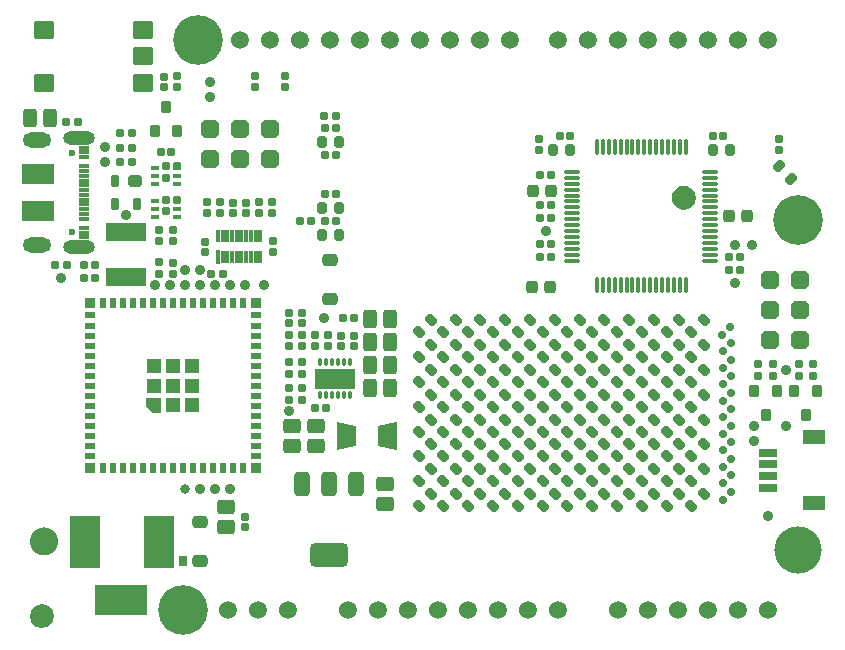
<source format=gts>
G04*
G04 #@! TF.GenerationSoftware,Altium Limited,Altium Designer,23.8.1 (32)*
G04*
G04 Layer_Color=8388736*
%FSLAX44Y44*%
%MOMM*%
G71*
G04*
G04 #@! TF.SameCoordinates,6629C207-265C-49F2-9D33-E76E02802E5F*
G04*
G04*
G04 #@! TF.FilePolarity,Negative*
G04*
G01*
G75*
G04:AMPARAMS|DCode=47|XSize=0.4mm|YSize=0.76mm|CornerRadius=0.125mm|HoleSize=0mm|Usage=FLASHONLY|Rotation=270.000|XOffset=0mm|YOffset=0mm|HoleType=Round|Shape=RoundedRectangle|*
%AMROUNDEDRECTD47*
21,1,0.4000,0.5100,0,0,270.0*
21,1,0.1500,0.7600,0,0,270.0*
1,1,0.2500,-0.2550,-0.0750*
1,1,0.2500,-0.2550,0.0750*
1,1,0.2500,0.2550,0.0750*
1,1,0.2500,0.2550,-0.0750*
%
%ADD47ROUNDEDRECTD47*%
G04:AMPARAMS|DCode=48|XSize=1.7mm|YSize=1.5001mm|CornerRadius=0.155mm|HoleSize=0mm|Usage=FLASHONLY|Rotation=180.000|XOffset=0mm|YOffset=0mm|HoleType=Round|Shape=RoundedRectangle|*
%AMROUNDEDRECTD48*
21,1,1.7000,1.1900,0,0,180.0*
21,1,1.3899,1.5001,0,0,180.0*
1,1,0.3100,-0.6950,0.5950*
1,1,0.3100,0.6950,0.5950*
1,1,0.3100,0.6950,-0.5950*
1,1,0.3100,-0.6950,-0.5950*
%
%ADD48ROUNDEDRECTD48*%
%ADD49R,0.7000X0.9001*%
G04:AMPARAMS|DCode=50|XSize=0.9001mm|YSize=0.9001mm|CornerRadius=0.4501mm|HoleSize=0mm|Usage=FLASHONLY|Rotation=90.000|XOffset=0mm|YOffset=0mm|HoleType=Round|Shape=RoundedRectangle|*
%AMROUNDEDRECTD50*
21,1,0.9001,0.0000,0,0,90.0*
21,1,0.0000,0.9001,0,0,90.0*
1,1,0.9001,0.0000,0.0000*
1,1,0.9001,0.0000,0.0000*
1,1,0.9001,0.0000,0.0000*
1,1,0.9001,0.0000,0.0000*
%
%ADD50ROUNDEDRECTD50*%
G04:AMPARAMS|DCode=51|XSize=0.9mm|YSize=1mm|CornerRadius=0.15mm|HoleSize=0mm|Usage=FLASHONLY|Rotation=180.000|XOffset=0mm|YOffset=0mm|HoleType=Round|Shape=RoundedRectangle|*
%AMROUNDEDRECTD51*
21,1,0.9000,0.7000,0,0,180.0*
21,1,0.6000,1.0000,0,0,180.0*
1,1,0.3000,-0.3000,0.3500*
1,1,0.3000,0.3000,0.3500*
1,1,0.3000,0.3000,-0.3500*
1,1,0.3000,-0.3000,-0.3500*
%
%ADD51ROUNDEDRECTD51*%
G04:AMPARAMS|DCode=52|XSize=3.3mm|YSize=2.1mm|CornerRadius=0.55mm|HoleSize=0mm|Usage=FLASHONLY|Rotation=0.000|XOffset=0mm|YOffset=0mm|HoleType=Round|Shape=RoundedRectangle|*
%AMROUNDEDRECTD52*
21,1,3.3000,1.0000,0,0,0.0*
21,1,2.2000,2.1000,0,0,0.0*
1,1,1.1000,1.1000,-0.5000*
1,1,1.1000,-1.1000,-0.5000*
1,1,1.1000,-1.1000,0.5000*
1,1,1.1000,1.1000,0.5000*
%
%ADD52ROUNDEDRECTD52*%
G04:AMPARAMS|DCode=53|XSize=1.3mm|YSize=2.1mm|CornerRadius=0.35mm|HoleSize=0mm|Usage=FLASHONLY|Rotation=0.000|XOffset=0mm|YOffset=0mm|HoleType=Round|Shape=RoundedRectangle|*
%AMROUNDEDRECTD53*
21,1,1.3000,1.4000,0,0,0.0*
21,1,0.6000,2.1000,0,0,0.0*
1,1,0.7000,0.3000,-0.7000*
1,1,0.7000,-0.3000,-0.7000*
1,1,0.7000,-0.3000,0.7000*
1,1,0.7000,0.3000,0.7000*
%
%ADD53ROUNDEDRECTD53*%
G04:AMPARAMS|DCode=54|XSize=1.01mm|YSize=0.71mm|CornerRadius=0.1995mm|HoleSize=0mm|Usage=FLASHONLY|Rotation=270.000|XOffset=0mm|YOffset=0mm|HoleType=Round|Shape=RoundedRectangle|*
%AMROUNDEDRECTD54*
21,1,1.0100,0.3111,0,0,270.0*
21,1,0.6111,0.7100,0,0,270.0*
1,1,0.3989,-0.1556,-0.3056*
1,1,0.3989,-0.1556,0.3056*
1,1,0.3989,0.1556,0.3056*
1,1,0.3989,0.1556,-0.3056*
%
%ADD54ROUNDEDRECTD54*%
G04:AMPARAMS|DCode=55|XSize=1.01mm|YSize=1.11mm|CornerRadius=0.2002mm|HoleSize=0mm|Usage=FLASHONLY|Rotation=90.000|XOffset=0mm|YOffset=0mm|HoleType=Round|Shape=RoundedRectangle|*
%AMROUNDEDRECTD55*
21,1,1.0100,0.7097,0,0,90.0*
21,1,0.6097,1.1100,0,0,90.0*
1,1,0.4003,0.3549,0.3049*
1,1,0.4003,0.3549,-0.3049*
1,1,0.4003,-0.3549,-0.3049*
1,1,0.4003,-0.3549,0.3049*
%
%ADD55ROUNDEDRECTD55*%
G04:AMPARAMS|DCode=56|XSize=1.01mm|YSize=1.32mm|CornerRadius=0.2775mm|HoleSize=0mm|Usage=FLASHONLY|Rotation=270.000|XOffset=0mm|YOffset=0mm|HoleType=Round|Shape=RoundedRectangle|*
%AMROUNDEDRECTD56*
21,1,1.0100,0.7650,0,0,270.0*
21,1,0.4550,1.3200,0,0,270.0*
1,1,0.5550,-0.3825,-0.2275*
1,1,0.5550,-0.3825,0.2275*
1,1,0.5550,0.3825,0.2275*
1,1,0.5550,0.3825,-0.2275*
%
%ADD56ROUNDEDRECTD56*%
%ADD57R,1.9000X1.3000*%
%ADD58R,1.6500X0.7000*%
G04:AMPARAMS|DCode=59|XSize=0.65mm|YSize=0.68mm|CornerRadius=0.1903mm|HoleSize=0mm|Usage=FLASHONLY|Rotation=0.000|XOffset=0mm|YOffset=0mm|HoleType=Round|Shape=RoundedRectangle|*
%AMROUNDEDRECTD59*
21,1,0.6500,0.2995,0,0,0.0*
21,1,0.2695,0.6800,0,0,0.0*
1,1,0.3805,0.1348,-0.1498*
1,1,0.3805,-0.1348,-0.1498*
1,1,0.3805,-0.1348,0.1498*
1,1,0.3805,0.1348,0.1498*
%
%ADD59ROUNDEDRECTD59*%
G04:AMPARAMS|DCode=60|XSize=0.33mm|YSize=0.7mm|CornerRadius=0.1075mm|HoleSize=0mm|Usage=FLASHONLY|Rotation=180.000|XOffset=0mm|YOffset=0mm|HoleType=Round|Shape=RoundedRectangle|*
%AMROUNDEDRECTD60*
21,1,0.3300,0.4850,0,0,180.0*
21,1,0.1150,0.7000,0,0,180.0*
1,1,0.2150,-0.0575,0.2425*
1,1,0.2150,0.0575,0.2425*
1,1,0.2150,0.0575,-0.2425*
1,1,0.2150,-0.0575,-0.2425*
%
%ADD60ROUNDEDRECTD60*%
%ADD61R,3.4000X1.8000*%
G04:AMPARAMS|DCode=62|XSize=0.82mm|YSize=0.97mm|CornerRadius=0.23mm|HoleSize=0mm|Usage=FLASHONLY|Rotation=45.000|XOffset=0mm|YOffset=0mm|HoleType=Round|Shape=RoundedRectangle|*
%AMROUNDEDRECTD62*
21,1,0.8200,0.5100,0,0,45.0*
21,1,0.3600,0.9700,0,0,45.0*
1,1,0.4600,0.3076,-0.0530*
1,1,0.4600,0.0530,-0.3076*
1,1,0.4600,-0.3076,0.0530*
1,1,0.4600,-0.0530,0.3076*
%
%ADD62ROUNDEDRECTD62*%
G04:AMPARAMS|DCode=63|XSize=0.85mm|YSize=0.97mm|CornerRadius=0.2413mm|HoleSize=0mm|Usage=FLASHONLY|Rotation=180.000|XOffset=0mm|YOffset=0mm|HoleType=Round|Shape=RoundedRectangle|*
%AMROUNDEDRECTD63*
21,1,0.8500,0.4875,0,0,180.0*
21,1,0.3675,0.9700,0,0,180.0*
1,1,0.4825,-0.1838,0.2438*
1,1,0.4825,0.1838,0.2438*
1,1,0.4825,0.1838,-0.2438*
1,1,0.4825,-0.1838,-0.2438*
%
%ADD63ROUNDEDRECTD63*%
%ADD64R,0.3000X1.1000*%
%ADD65R,0.3000X1.2000*%
%ADD66C,2.0000*%
%ADD67R,1.3000X1.3000*%
%ADD68R,0.9000X0.9000*%
%ADD69R,0.9000X0.5000*%
%ADD70R,0.5000X0.9000*%
%ADD71R,0.9500X0.3000*%
%ADD72R,0.9500X0.6700*%
%ADD73R,0.9500X0.3500*%
%ADD74R,2.7000X1.8100*%
G04:AMPARAMS|DCode=75|XSize=0.35mm|YSize=1.35mm|CornerRadius=0.1125mm|HoleSize=0mm|Usage=FLASHONLY|Rotation=0.000|XOffset=0mm|YOffset=0mm|HoleType=Round|Shape=RoundedRectangle|*
%AMROUNDEDRECTD75*
21,1,0.3500,1.1250,0,0,0.0*
21,1,0.1250,1.3500,0,0,0.0*
1,1,0.2250,0.0625,-0.5625*
1,1,0.2250,-0.0625,-0.5625*
1,1,0.2250,-0.0625,0.5625*
1,1,0.2250,0.0625,0.5625*
%
%ADD75ROUNDEDRECTD75*%
G04:AMPARAMS|DCode=76|XSize=0.35mm|YSize=1.35mm|CornerRadius=0.1125mm|HoleSize=0mm|Usage=FLASHONLY|Rotation=90.000|XOffset=0mm|YOffset=0mm|HoleType=Round|Shape=RoundedRectangle|*
%AMROUNDEDRECTD76*
21,1,0.3500,1.1250,0,0,90.0*
21,1,0.1250,1.3500,0,0,90.0*
1,1,0.2250,0.5625,0.0625*
1,1,0.2250,0.5625,-0.0625*
1,1,0.2250,-0.5625,-0.0625*
1,1,0.2250,-0.5625,0.0625*
%
%ADD76ROUNDEDRECTD76*%
G04:AMPARAMS|DCode=77|XSize=1.21mm|YSize=1.57mm|CornerRadius=0.2998mm|HoleSize=0mm|Usage=FLASHONLY|Rotation=90.000|XOffset=0mm|YOffset=0mm|HoleType=Round|Shape=RoundedRectangle|*
%AMROUNDEDRECTD77*
21,1,1.2100,0.9705,0,0,90.0*
21,1,0.6105,1.5700,0,0,90.0*
1,1,0.5995,0.4853,0.3053*
1,1,0.5995,0.4853,-0.3053*
1,1,0.5995,-0.4853,-0.3053*
1,1,0.5995,-0.4853,0.3053*
%
%ADD77ROUNDEDRECTD77*%
G04:AMPARAMS|DCode=78|XSize=0.97mm|YSize=1.07mm|CornerRadius=0.2718mm|HoleSize=0mm|Usage=FLASHONLY|Rotation=180.000|XOffset=0mm|YOffset=0mm|HoleType=Round|Shape=RoundedRectangle|*
%AMROUNDEDRECTD78*
21,1,0.9700,0.5263,0,0,180.0*
21,1,0.4263,1.0700,0,0,180.0*
1,1,0.5437,-0.2132,0.2632*
1,1,0.5437,0.2132,0.2632*
1,1,0.5437,0.2132,-0.2632*
1,1,0.5437,-0.2132,-0.2632*
%
%ADD78ROUNDEDRECTD78*%
G04:AMPARAMS|DCode=79|XSize=0.73mm|YSize=0.68mm|CornerRadius=0.2008mm|HoleSize=0mm|Usage=FLASHONLY|Rotation=0.000|XOffset=0mm|YOffset=0mm|HoleType=Round|Shape=RoundedRectangle|*
%AMROUNDEDRECTD79*
21,1,0.7300,0.2784,0,0,0.0*
21,1,0.3284,0.6800,0,0,0.0*
1,1,0.4016,0.1642,-0.1392*
1,1,0.4016,-0.1642,-0.1392*
1,1,0.4016,-0.1642,0.1392*
1,1,0.4016,0.1642,0.1392*
%
%ADD79ROUNDEDRECTD79*%
%ADD80R,3.4000X1.5000*%
G04:AMPARAMS|DCode=81|XSize=0.73mm|YSize=0.68mm|CornerRadius=0.2008mm|HoleSize=0mm|Usage=FLASHONLY|Rotation=90.000|XOffset=0mm|YOffset=0mm|HoleType=Round|Shape=RoundedRectangle|*
%AMROUNDEDRECTD81*
21,1,0.7300,0.2784,0,0,90.0*
21,1,0.3284,0.6800,0,0,90.0*
1,1,0.4016,0.1392,0.1642*
1,1,0.4016,0.1392,-0.1642*
1,1,0.4016,-0.1392,-0.1642*
1,1,0.4016,-0.1392,0.1642*
%
%ADD81ROUNDEDRECTD81*%
G04:AMPARAMS|DCode=82|XSize=0.65mm|YSize=0.68mm|CornerRadius=0.1903mm|HoleSize=0mm|Usage=FLASHONLY|Rotation=270.000|XOffset=0mm|YOffset=0mm|HoleType=Round|Shape=RoundedRectangle|*
%AMROUNDEDRECTD82*
21,1,0.6500,0.2995,0,0,270.0*
21,1,0.2695,0.6800,0,0,270.0*
1,1,0.3805,-0.1498,-0.1348*
1,1,0.3805,-0.1498,0.1348*
1,1,0.3805,0.1498,0.1348*
1,1,0.3805,0.1498,-0.1348*
%
%ADD82ROUNDEDRECTD82*%
G04:AMPARAMS|DCode=83|XSize=0.82mm|YSize=0.97mm|CornerRadius=0.23mm|HoleSize=0mm|Usage=FLASHONLY|Rotation=0.000|XOffset=0mm|YOffset=0mm|HoleType=Round|Shape=RoundedRectangle|*
%AMROUNDEDRECTD83*
21,1,0.8200,0.5100,0,0,0.0*
21,1,0.3600,0.9700,0,0,0.0*
1,1,0.4600,0.1800,-0.2550*
1,1,0.4600,-0.1800,-0.2550*
1,1,0.4600,-0.1800,0.2550*
1,1,0.4600,0.1800,0.2550*
%
%ADD83ROUNDEDRECTD83*%
G04:AMPARAMS|DCode=84|XSize=1.21mm|YSize=1.57mm|CornerRadius=0.2998mm|HoleSize=0mm|Usage=FLASHONLY|Rotation=0.000|XOffset=0mm|YOffset=0mm|HoleType=Round|Shape=RoundedRectangle|*
%AMROUNDEDRECTD84*
21,1,1.2100,0.9705,0,0,0.0*
21,1,0.6105,1.5700,0,0,0.0*
1,1,0.5995,0.3053,-0.4853*
1,1,0.5995,-0.3053,-0.4853*
1,1,0.5995,-0.3053,0.4853*
1,1,0.5995,0.3053,0.4853*
%
%ADD84ROUNDEDRECTD84*%
G04:AMPARAMS|DCode=85|XSize=0.82mm|YSize=0.97mm|CornerRadius=0.23mm|HoleSize=0mm|Usage=FLASHONLY|Rotation=315.000|XOffset=0mm|YOffset=0mm|HoleType=Round|Shape=RoundedRectangle|*
%AMROUNDEDRECTD85*
21,1,0.8200,0.5100,0,0,315.0*
21,1,0.3600,0.9700,0,0,315.0*
1,1,0.4600,-0.0530,-0.3076*
1,1,0.4600,-0.3076,-0.0530*
1,1,0.4600,0.0530,0.3076*
1,1,0.4600,0.3076,0.0530*
%
%ADD85ROUNDEDRECTD85*%
G04:AMPARAMS|DCode=86|XSize=0.65mm|YSize=0.68mm|CornerRadius=0.1903mm|HoleSize=0mm|Usage=FLASHONLY|Rotation=45.000|XOffset=0mm|YOffset=0mm|HoleType=Round|Shape=RoundedRectangle|*
%AMROUNDEDRECTD86*
21,1,0.6500,0.2995,0,0,45.0*
21,1,0.2695,0.6800,0,0,45.0*
1,1,0.3805,0.2012,-0.0106*
1,1,0.3805,0.0106,-0.2012*
1,1,0.3805,-0.2012,0.0106*
1,1,0.3805,-0.0106,0.2012*
%
%ADD86ROUNDEDRECTD86*%
G04:AMPARAMS|DCode=87|XSize=0.9001mm|YSize=0.9001mm|CornerRadius=0.4501mm|HoleSize=0mm|Usage=FLASHONLY|Rotation=180.000|XOffset=0mm|YOffset=0mm|HoleType=Round|Shape=RoundedRectangle|*
%AMROUNDEDRECTD87*
21,1,0.9001,0.0000,0,0,180.0*
21,1,0.0000,0.9001,0,0,180.0*
1,1,0.9001,0.0000,0.0000*
1,1,0.9001,0.0000,0.0000*
1,1,0.9001,0.0000,0.0000*
1,1,0.9001,0.0000,0.0000*
%
%ADD87ROUNDEDRECTD87*%
G04:AMPARAMS|DCode=88|XSize=0.9001mm|YSize=0.9001mm|CornerRadius=0.4501mm|HoleSize=0mm|Usage=FLASHONLY|Rotation=315.000|XOffset=0mm|YOffset=0mm|HoleType=Round|Shape=RoundedRectangle|*
%AMROUNDEDRECTD88*
21,1,0.9001,0.0000,0,0,315.0*
21,1,0.0000,0.9001,0,0,315.0*
1,1,0.9001,0.0000,0.0000*
1,1,0.9001,0.0000,0.0000*
1,1,0.9001,0.0000,0.0000*
1,1,0.9001,0.0000,0.0000*
%
%ADD88ROUNDEDRECTD88*%
G04:AMPARAMS|DCode=89|XSize=0.8001mm|YSize=0.8001mm|CornerRadius=0.4001mm|HoleSize=0mm|Usage=FLASHONLY|Rotation=180.000|XOffset=0mm|YOffset=0mm|HoleType=Round|Shape=RoundedRectangle|*
%AMROUNDEDRECTD89*
21,1,0.8001,0.0000,0,0,180.0*
21,1,0.0000,0.8001,0,0,180.0*
1,1,0.8001,0.0000,0.0000*
1,1,0.8001,0.0000,0.0000*
1,1,0.8001,0.0000,0.0000*
1,1,0.8001,0.0000,0.0000*
%
%ADD89ROUNDEDRECTD89*%
%ADD90R,2.6000X4.5000*%
%ADD91R,4.5000X2.6000*%
%ADD92O,2.4000X1.3000*%
%ADD93O,2.7000X1.1500*%
%ADD94C,0.6000*%
G04:AMPARAMS|DCode=95|XSize=1.6007mm|YSize=1.6007mm|CornerRadius=0mm|HoleSize=0mm|Usage=FLASHONLY|Rotation=180.000|XOffset=0mm|YOffset=0mm|HoleType=Round|Shape=Octagon|*
%AMOCTAGOND95*
4,1,8,-0.8004,0.4002,-0.8004,-0.4002,-0.4002,-0.8004,0.4002,-0.8004,0.8004,-0.4002,0.8004,0.4002,0.4002,0.8004,-0.4002,0.8004,-0.8004,0.4002,0.0*
%
%ADD95OCTAGOND95*%

%ADD96C,1.5220*%
%ADD97C,1.5224*%
G04:AMPARAMS|DCode=98|XSize=1.6007mm|YSize=1.6007mm|CornerRadius=0mm|HoleSize=0mm|Usage=FLASHONLY|Rotation=270.000|XOffset=0mm|YOffset=0mm|HoleType=Round|Shape=Octagon|*
%AMOCTAGOND98*
4,1,8,-0.4002,-0.8004,0.4002,-0.8004,0.8004,-0.4002,0.8004,0.4002,0.4002,0.8004,-0.4002,0.8004,-0.8004,0.4002,-0.8004,-0.4002,-0.4002,-0.8004,0.0*
%
%ADD98OCTAGOND98*%

%ADD99C,4.1999*%
%ADD100C,3.9999*%
G36*
X566417Y383777D02*
X568237Y383023D01*
X569875Y381929D01*
X571268Y380536D01*
X572362Y378898D01*
X573116Y377078D01*
X573500Y375146D01*
Y374161D01*
Y373177D01*
X573116Y371245D01*
X572362Y369425D01*
X571268Y367787D01*
X569875Y366394D01*
X568237Y365300D01*
X566417Y364546D01*
X564485Y364161D01*
X562515D01*
X560583Y364546D01*
X558764Y365300D01*
X557126Y366394D01*
X555733Y367787D01*
X554638Y369425D01*
X553885Y371245D01*
X553500Y373177D01*
Y374161D01*
Y375146D01*
X553885Y377078D01*
X554638Y378898D01*
X555733Y380536D01*
X557126Y381929D01*
X558764Y383023D01*
X560583Y383777D01*
X562515Y384161D01*
X564485D01*
X566417Y383777D01*
D02*
G37*
G36*
X120598Y204993D02*
X120692Y204964D01*
X120779Y204918D01*
X120855Y204855D01*
X120918Y204779D01*
X120964Y204692D01*
X120993Y204598D01*
X121002Y204500D01*
Y192500D01*
X120993Y192402D01*
X120964Y192308D01*
X120918Y192221D01*
X120855Y192145D01*
X120779Y192082D01*
X120692Y192036D01*
X120598Y192007D01*
X120500Y191998D01*
X114500D01*
X114500Y191998D01*
X114451Y192002D01*
X114402Y192007D01*
X114330Y192029D01*
X114308Y192036D01*
X114221Y192082D01*
X114145Y192145D01*
X108145Y198145D01*
X108082Y198221D01*
X108036Y198308D01*
X108007Y198402D01*
X107998Y198500D01*
X107998Y198500D01*
Y204500D01*
X108007Y204598D01*
X108036Y204692D01*
X108082Y204779D01*
X108145Y204855D01*
X108221Y204918D01*
X108308Y204964D01*
X108402Y204993D01*
X108500Y205002D01*
X120500D01*
X120598Y204993D01*
D02*
G37*
G36*
X320134Y183980D02*
X320181Y183975D01*
X320181Y183975D01*
X320182Y183975D01*
X320229Y183960D01*
X320275Y183947D01*
X320275Y183947D01*
X320276Y183946D01*
X320312Y183927D01*
X320362Y183900D01*
X320362Y183900D01*
X320363Y183900D01*
X320403Y183867D01*
X320438Y183838D01*
X320438Y183838D01*
X320439Y183838D01*
X320472Y183797D01*
X320501Y183762D01*
X320501Y183762D01*
X320501Y183762D01*
X320520Y183726D01*
X320547Y183675D01*
X320547Y183675D01*
X320548Y183675D01*
X320561Y183630D01*
X320576Y183581D01*
X320576Y183581D01*
X320576Y183580D01*
X320581Y183532D01*
X320586Y183483D01*
X320586Y183483D01*
X320586Y183482D01*
Y161482D01*
X320586Y161482D01*
X320586Y161482D01*
X320581Y161432D01*
X320576Y161384D01*
X320576Y161384D01*
X320576Y161384D01*
X320561Y161335D01*
X320548Y161290D01*
X320547Y161290D01*
X320547Y161290D01*
X320520Y161239D01*
X320501Y161203D01*
X320501Y161203D01*
X320501Y161203D01*
X320476Y161173D01*
X320439Y161127D01*
X320438Y161127D01*
X320438Y161127D01*
X320415Y161107D01*
X320363Y161065D01*
X320362Y161064D01*
X320362Y161064D01*
X320312Y161038D01*
X320276Y161018D01*
X320275Y161018D01*
X320275Y161018D01*
X320229Y161004D01*
X320182Y160990D01*
X320181Y160989D01*
X320181Y160989D01*
X320134Y160985D01*
X320083Y160980D01*
X320083Y160980D01*
X320083Y160980D01*
X320033Y160985D01*
X319985Y160990D01*
X319985Y160990D01*
X319985Y160990D01*
X304985Y163990D01*
D01*
D01*
X304985Y163990D01*
X304936Y164004D01*
X304891Y164018D01*
X304891Y164018D01*
X304891Y164018D01*
X304840Y164046D01*
X304804Y164065D01*
X304804Y164065D01*
X304804Y164065D01*
X304769Y164093D01*
X304728Y164127D01*
X304728Y164127D01*
X304728Y164127D01*
X304699Y164163D01*
X304666Y164203D01*
X304666Y164203D01*
X304665Y164204D01*
X304639Y164254D01*
X304619Y164290D01*
X304619Y164290D01*
X304619Y164291D01*
X304605Y164336D01*
X304591Y164384D01*
X304591Y164385D01*
X304591Y164385D01*
X304586Y164432D01*
X304581Y164482D01*
Y180482D01*
X304588Y180549D01*
X304591Y180580D01*
X304591Y180580D01*
X304591Y180580D01*
X304608Y180637D01*
X304619Y180674D01*
X304619Y180674D01*
X304619Y180675D01*
X304639Y180711D01*
X304665Y180761D01*
X304666Y180761D01*
X304666Y180762D01*
X304699Y180802D01*
X304728Y180837D01*
X304728Y180837D01*
X304728Y180838D01*
X304769Y180871D01*
X304804Y180900D01*
X304804Y180900D01*
X304804Y180900D01*
X304840Y180919D01*
X304891Y180946D01*
X304891Y180946D01*
X304891Y180947D01*
X304936Y180960D01*
X304985Y180975D01*
X304985Y180975D01*
D01*
D01*
X319985Y183975D01*
X319985Y183975D01*
X319985Y183975D01*
X320033Y183980D01*
X320083Y183985D01*
X320083Y183985D01*
X320083Y183985D01*
X320134Y183980D01*
D02*
G37*
G36*
X270133D02*
X270182Y183975D01*
X270182Y183975D01*
X270182Y183975D01*
X285182Y180975D01*
D01*
D01*
X285182Y180975D01*
X285231Y180960D01*
X285276Y180947D01*
X285276Y180946D01*
X285276Y180946D01*
X285327Y180919D01*
X285363Y180900D01*
X285363Y180900D01*
X285363Y180900D01*
X285398Y180871D01*
X285439Y180838D01*
X285439Y180837D01*
X285439Y180837D01*
X285468Y180802D01*
X285501Y180762D01*
X285501Y180761D01*
X285501Y180761D01*
X285528Y180711D01*
X285548Y180675D01*
X285548Y180674D01*
X285548Y180674D01*
X285559Y180637D01*
X285576Y180580D01*
X285576Y180580D01*
X285576Y180580D01*
X285579Y180549D01*
X285586Y180482D01*
Y164482D01*
X285581Y164432D01*
X285576Y164385D01*
X285576Y164385D01*
X285576Y164384D01*
X285562Y164336D01*
X285548Y164291D01*
X285548Y164290D01*
X285548Y164290D01*
X285528Y164254D01*
X285501Y164204D01*
X285501Y164203D01*
X285501Y164203D01*
X285468Y164163D01*
X285439Y164127D01*
X285439Y164127D01*
X285439Y164127D01*
X285398Y164093D01*
X285363Y164065D01*
X285363Y164065D01*
X285363Y164065D01*
X285327Y164046D01*
X285276Y164018D01*
X285276Y164018D01*
X285276Y164018D01*
X285231Y164004D01*
X285182Y163990D01*
X285182Y163990D01*
D01*
D01*
X270182Y160990D01*
X270182Y160990D01*
X270182Y160990D01*
X270133Y160985D01*
X270084Y160980D01*
X270084Y160980D01*
X270083Y160980D01*
X270033Y160985D01*
X269986Y160989D01*
X269986Y160989D01*
X269985Y160990D01*
X269937Y161004D01*
X269892Y161018D01*
X269891Y161018D01*
X269891Y161018D01*
X269855Y161038D01*
X269805Y161064D01*
X269804Y161064D01*
X269804Y161065D01*
X269752Y161107D01*
X269729Y161127D01*
X269729Y161127D01*
X269728Y161127D01*
X269691Y161173D01*
X269666Y161203D01*
X269666Y161203D01*
X269666Y161203D01*
X269647Y161239D01*
X269620Y161290D01*
X269619Y161290D01*
X269619Y161290D01*
X269606Y161335D01*
X269591Y161384D01*
X269591Y161384D01*
X269591Y161384D01*
X269586Y161432D01*
X269581Y161482D01*
X269581Y161482D01*
X269581Y161482D01*
Y183482D01*
X269581Y183483D01*
X269581Y183483D01*
X269586Y183532D01*
X269591Y183580D01*
X269591Y183581D01*
X269591Y183581D01*
X269606Y183630D01*
X269619Y183675D01*
X269619Y183675D01*
X269620Y183675D01*
X269647Y183726D01*
X269666Y183762D01*
X269666Y183762D01*
X269666Y183762D01*
X269694Y183797D01*
X269728Y183838D01*
X269728Y183838D01*
X269729Y183838D01*
X269764Y183867D01*
X269804Y183900D01*
X269804Y183900D01*
X269805Y183900D01*
X269855Y183927D01*
X269891Y183946D01*
X269891Y183947D01*
X269892Y183947D01*
X269937Y183960D01*
X269985Y183975D01*
X269986Y183975D01*
X269986Y183975D01*
X270033Y183980D01*
X270083Y183985D01*
X270084Y183985D01*
X270084Y183985D01*
X270133Y183980D01*
D02*
G37*
G36*
X22996Y94981D02*
X23790D01*
Y94915D01*
X23856D01*
Y94848D01*
X24385D01*
Y94782D01*
X24782D01*
Y94650D01*
X25179D01*
Y94584D01*
X25245D01*
Y94518D01*
X25510D01*
Y94451D01*
X25840D01*
Y94385D01*
X25907D01*
Y94319D01*
X26039D01*
Y94253D01*
X26370D01*
Y94121D01*
X26568D01*
Y94055D01*
X26634D01*
Y93988D01*
X26833D01*
Y93922D01*
X27097D01*
Y93856D01*
X27163D01*
Y93790D01*
X27362D01*
Y93724D01*
X27428D01*
Y93592D01*
X27626D01*
Y93525D01*
X27692D01*
Y93459D01*
X27891D01*
Y93393D01*
X28023D01*
Y93327D01*
X28089D01*
Y93261D01*
X28156D01*
Y93195D01*
X28354D01*
Y93128D01*
X28420D01*
Y93062D01*
X28486D01*
Y92996D01*
X28552D01*
Y92930D01*
X28685D01*
Y92864D01*
X28817D01*
Y92732D01*
X28949D01*
Y92666D01*
X29082D01*
Y92599D01*
X29148D01*
Y92533D01*
X29214D01*
Y92467D01*
X29280D01*
Y92401D01*
X29346D01*
Y92335D01*
X29412D01*
Y92269D01*
X29478D01*
Y92203D01*
X29677D01*
Y92136D01*
X29743D01*
Y92070D01*
X29809D01*
Y92004D01*
X29875D01*
Y91938D01*
X29941D01*
Y91872D01*
X30008D01*
Y91806D01*
X30074D01*
Y91740D01*
X30140D01*
Y91673D01*
X30206D01*
Y91607D01*
X30272D01*
Y91541D01*
X30338D01*
Y91475D01*
X30405D01*
Y91409D01*
X30471D01*
Y91343D01*
X30537D01*
Y91276D01*
X30603D01*
Y91210D01*
X30669D01*
Y91144D01*
X30735D01*
Y91078D01*
X30801D01*
Y90880D01*
X30868D01*
Y90813D01*
X30934D01*
Y90747D01*
X31000D01*
Y90681D01*
X31066D01*
Y90615D01*
X31132D01*
Y90549D01*
X31198D01*
Y90483D01*
X31264D01*
Y90284D01*
X31331D01*
Y90218D01*
X31463D01*
Y90086D01*
X31595D01*
Y89887D01*
X31661D01*
Y89821D01*
X31727D01*
Y89755D01*
X31794D01*
Y89557D01*
X31860D01*
Y89490D01*
X31926D01*
Y89424D01*
X31992D01*
Y89292D01*
X32058D01*
Y89226D01*
X32124D01*
Y89028D01*
X32190D01*
Y88829D01*
X32323D01*
Y88631D01*
X32389D01*
Y88432D01*
X32455D01*
Y88366D01*
X32521D01*
Y88234D01*
X32587D01*
Y88168D01*
X32654D01*
Y87969D01*
X32720D01*
Y87771D01*
X32852D01*
Y87440D01*
X32918D01*
Y87308D01*
X32984D01*
Y87242D01*
X33050D01*
Y86911D01*
X33183D01*
Y86514D01*
X33249D01*
Y86183D01*
X33381D01*
Y85654D01*
X33447D01*
Y85191D01*
X33513D01*
Y85125D01*
X33579D01*
Y84199D01*
X33646D01*
Y84133D01*
X33712D01*
Y82214D01*
X33646D01*
Y82148D01*
X33579D01*
Y81355D01*
X33513D01*
Y81288D01*
X33447D01*
Y80693D01*
X33381D01*
Y80296D01*
X33315D01*
Y80230D01*
X33249D01*
Y79833D01*
X33183D01*
Y79569D01*
X33117D01*
Y79503D01*
X33050D01*
Y79238D01*
X32984D01*
Y79172D01*
X32918D01*
Y78907D01*
X32852D01*
Y78709D01*
X32786D01*
Y78643D01*
X32720D01*
Y78378D01*
X32654D01*
Y78180D01*
X32587D01*
Y78113D01*
X32521D01*
Y77915D01*
X32389D01*
Y77717D01*
X32323D01*
Y77518D01*
X32257D01*
Y77452D01*
X32190D01*
Y77320D01*
X32124D01*
Y77253D01*
X32058D01*
Y77187D01*
X31992D01*
Y76989D01*
X31926D01*
Y76923D01*
X31860D01*
Y76790D01*
X31794D01*
Y76658D01*
X31661D01*
Y76460D01*
X31595D01*
Y76394D01*
X31529D01*
Y76328D01*
X31463D01*
Y76261D01*
X31397D01*
Y76195D01*
X31331D01*
Y75997D01*
X31264D01*
Y75931D01*
X31198D01*
Y75865D01*
X31132D01*
Y75798D01*
X31066D01*
Y75666D01*
X31000D01*
Y75600D01*
X30934D01*
Y75534D01*
X30868D01*
Y75468D01*
X30801D01*
Y75401D01*
X30735D01*
Y75335D01*
X30669D01*
Y75269D01*
X30603D01*
Y75203D01*
X30537D01*
Y75137D01*
X30471D01*
Y75071D01*
X30405D01*
Y75005D01*
X30338D01*
Y74938D01*
X30272D01*
Y74872D01*
X30206D01*
Y74806D01*
X30140D01*
Y74740D01*
X30074D01*
Y74674D01*
X30008D01*
Y74608D01*
X29941D01*
Y74542D01*
X29875D01*
Y74475D01*
X29809D01*
Y74409D01*
X29743D01*
Y74343D01*
X29677D01*
Y74277D01*
X29611D01*
Y74211D01*
X29545D01*
Y74145D01*
X29478D01*
Y74078D01*
X29412D01*
Y74012D01*
X29346D01*
Y73946D01*
X29280D01*
Y73880D01*
X29148D01*
Y73814D01*
X29082D01*
Y73748D01*
X29016D01*
Y73682D01*
X28949D01*
Y73615D01*
X28751D01*
Y73549D01*
X28685D01*
Y73483D01*
X28619D01*
Y73417D01*
X28552D01*
Y73351D01*
X28420D01*
Y73285D01*
X28288D01*
Y73152D01*
X28089D01*
Y73086D01*
X28023D01*
Y73020D01*
X27957D01*
Y72954D01*
X27759D01*
Y72888D01*
X27692D01*
Y72822D01*
X27560D01*
Y72756D01*
X27362D01*
Y72689D01*
X27296D01*
Y72623D01*
X27097D01*
Y72557D01*
X26965D01*
Y72491D01*
X26899D01*
Y72425D01*
X26700D01*
Y72359D01*
X26634D01*
Y72293D01*
X26502D01*
Y72226D01*
X26304D01*
Y72160D01*
X26237D01*
Y72094D01*
X25973D01*
Y72028D01*
X25708D01*
Y71962D01*
X25642D01*
Y71896D01*
X25311D01*
Y71763D01*
X24981D01*
Y71697D01*
X24584D01*
Y71565D01*
X24055D01*
Y71499D01*
X23459D01*
Y71433D01*
X23393D01*
Y71367D01*
X20284D01*
Y71433D01*
X20218D01*
Y71499D01*
X19490D01*
Y71565D01*
X19094D01*
Y71631D01*
X19027D01*
Y71697D01*
X18631D01*
Y71763D01*
X18300D01*
Y71830D01*
X18234D01*
Y71896D01*
X17903D01*
Y72028D01*
X17572D01*
Y72094D01*
X17374D01*
Y72226D01*
X17043D01*
Y72293D01*
X16911D01*
Y72359D01*
X16845D01*
Y72425D01*
X16646D01*
Y72491D01*
X16580D01*
Y72557D01*
X16448D01*
Y72623D01*
X16249D01*
Y72689D01*
X16183D01*
Y72756D01*
X15985D01*
Y72822D01*
X15852D01*
Y72888D01*
X15786D01*
Y72954D01*
X15720D01*
Y73020D01*
X15654D01*
Y73086D01*
X15455D01*
Y73152D01*
X15323D01*
Y73219D01*
X15257D01*
Y73285D01*
X15191D01*
Y73351D01*
X14993D01*
Y73417D01*
X14926D01*
Y73483D01*
X14860D01*
Y73549D01*
X14794D01*
Y73615D01*
X14728D01*
Y73682D01*
X14530D01*
Y73814D01*
X14397D01*
Y73880D01*
X14331D01*
Y74012D01*
X14199D01*
Y74145D01*
X14000D01*
Y74211D01*
X13934D01*
Y74277D01*
X13868D01*
Y74343D01*
X13802D01*
Y74409D01*
X13736D01*
Y74475D01*
X13670D01*
Y74542D01*
X13604D01*
Y74608D01*
X13537D01*
Y74674D01*
X13471D01*
Y74740D01*
X13405D01*
Y74806D01*
X13339D01*
Y74872D01*
X13273D01*
Y74938D01*
X13207D01*
Y75005D01*
X13140D01*
Y75071D01*
X13074D01*
Y75137D01*
X13008D01*
Y75203D01*
X12942D01*
Y75269D01*
X12876D01*
Y75335D01*
X12810D01*
Y75401D01*
X12744D01*
Y75600D01*
X12611D01*
Y75732D01*
X12545D01*
Y75798D01*
X12413D01*
Y75931D01*
X12280D01*
Y76129D01*
X12214D01*
Y76195D01*
X12148D01*
Y76261D01*
X12082D01*
Y76328D01*
X12016D01*
Y76526D01*
X11950D01*
Y76592D01*
X11884D01*
Y76658D01*
X11818D01*
Y76724D01*
X11751D01*
Y76857D01*
X11685D01*
Y77055D01*
X11619D01*
Y77121D01*
X11553D01*
Y77187D01*
X11487D01*
Y77386D01*
X11355D01*
Y77584D01*
X11288D01*
Y77650D01*
X11222D01*
Y77849D01*
X11156D01*
Y77981D01*
X11090D01*
Y78047D01*
X11024D01*
Y78246D01*
X10958D01*
Y78444D01*
X10825D01*
Y78775D01*
X10759D01*
Y78841D01*
X10693D01*
Y78973D01*
X10627D01*
Y79304D01*
X10495D01*
Y79635D01*
X10429D01*
Y79899D01*
X10362D01*
Y79966D01*
X10296D01*
Y80362D01*
X10230D01*
Y80428D01*
X10164D01*
Y80892D01*
X10098D01*
Y81487D01*
X10032D01*
Y81553D01*
X9966D01*
Y82677D01*
X9899D01*
Y83670D01*
X9966D01*
Y84860D01*
X10032D01*
Y84926D01*
X10098D01*
Y85522D01*
X10164D01*
Y85919D01*
X10230D01*
Y85985D01*
X10296D01*
Y86382D01*
X10362D01*
Y86448D01*
X10429D01*
Y86845D01*
X10495D01*
Y87109D01*
X10561D01*
Y87175D01*
X10627D01*
Y87374D01*
X10693D01*
Y87638D01*
X10759D01*
Y87705D01*
X10825D01*
Y87837D01*
X10891D01*
Y87903D01*
X10958D01*
Y88168D01*
X11024D01*
Y88366D01*
X11090D01*
Y88432D01*
X11156D01*
Y88631D01*
X11222D01*
Y88763D01*
X11288D01*
Y88829D01*
X11355D01*
Y89028D01*
X11421D01*
Y89094D01*
X11487D01*
Y89160D01*
X11553D01*
Y89358D01*
X11685D01*
Y89557D01*
X11751D01*
Y89623D01*
X11818D01*
Y89689D01*
X11884D01*
Y89887D01*
X11950D01*
Y89953D01*
X12016D01*
Y90020D01*
X12082D01*
Y90152D01*
X12148D01*
Y90218D01*
X12214D01*
Y90284D01*
X12280D01*
Y90350D01*
X12347D01*
Y90417D01*
X12413D01*
Y90615D01*
X12479D01*
Y90681D01*
X12545D01*
Y90747D01*
X12611D01*
Y90813D01*
X12677D01*
Y90880D01*
X12744D01*
Y90946D01*
X12810D01*
Y91012D01*
X12876D01*
Y91078D01*
X12942D01*
Y91144D01*
X13008D01*
Y91210D01*
X13074D01*
Y91343D01*
X13140D01*
Y91475D01*
X13273D01*
Y91607D01*
X13339D01*
Y91673D01*
X13471D01*
Y91806D01*
X13604D01*
Y91872D01*
X13736D01*
Y91938D01*
X13802D01*
Y92004D01*
X13868D01*
Y92070D01*
X13934D01*
Y92136D01*
X14000D01*
Y92203D01*
X14066D01*
Y92269D01*
X14133D01*
Y92335D01*
X14199D01*
Y92401D01*
X14265D01*
Y92467D01*
X14331D01*
Y92533D01*
X14530D01*
Y92599D01*
X14596D01*
Y92666D01*
X14662D01*
Y92732D01*
X14728D01*
Y92798D01*
X14794D01*
Y92864D01*
X14926D01*
Y92930D01*
X14993D01*
Y92996D01*
X15059D01*
Y93062D01*
X15257D01*
Y93128D01*
X15323D01*
Y93195D01*
X15389D01*
Y93261D01*
X15588D01*
Y93393D01*
X15720D01*
Y93459D01*
X15852D01*
Y93525D01*
X15919D01*
Y93592D01*
X16117D01*
Y93658D01*
X16183D01*
Y93724D01*
X16315D01*
Y93790D01*
X16514D01*
Y93856D01*
X16580D01*
Y93922D01*
X16779D01*
Y93988D01*
X16911D01*
Y94055D01*
X16977D01*
Y94121D01*
X17175D01*
Y94187D01*
X17241D01*
Y94253D01*
X17506D01*
Y94319D01*
X17771D01*
Y94385D01*
X17837D01*
Y94451D01*
X18035D01*
Y94518D01*
X18432D01*
Y94650D01*
X18763D01*
Y94716D01*
X18829D01*
Y94782D01*
X19292D01*
Y94848D01*
X19821D01*
Y94981D01*
X20681D01*
Y95047D01*
X22996D01*
Y94981D01*
D02*
G37*
G36*
X22917Y29616D02*
X24737Y28862D01*
X26375Y27768D01*
X27768Y26375D01*
X28862Y24737D01*
X29616Y22917D01*
X30000Y20985D01*
Y20000D01*
Y19015D01*
X29616Y17083D01*
X28862Y15263D01*
X27768Y13625D01*
X26375Y12233D01*
X24737Y11138D01*
X22917Y10384D01*
X20985Y10000D01*
X19015D01*
X17083Y10384D01*
X15263Y11138D01*
X13625Y12233D01*
X12233Y13625D01*
X11138Y15263D01*
X10384Y17083D01*
X10000Y19015D01*
Y20000D01*
Y20985D01*
X10384Y22917D01*
X11138Y24737D01*
X12233Y26375D01*
X13625Y27768D01*
X15263Y28862D01*
X17083Y29616D01*
X19015Y30000D01*
X20985D01*
X22917Y29616D01*
D02*
G37*
D47*
X134450Y358160D02*
D03*
Y364660D02*
D03*
Y371160D02*
D03*
X116050Y358160D02*
D03*
Y364660D02*
D03*
Y371160D02*
D03*
X134450Y386160D02*
D03*
Y392660D02*
D03*
Y399160D02*
D03*
X116050Y386160D02*
D03*
X116050Y392660D02*
D03*
X116050Y399160D02*
D03*
D48*
X105499Y471531D02*
D03*
X21501D02*
D03*
X105499Y516529D02*
D03*
X21501D02*
D03*
X105499Y494030D02*
D03*
D49*
X139392Y66710D02*
D03*
D50*
X635000Y105000D02*
D03*
X179350Y127750D02*
D03*
X166650D02*
D03*
X622695Y180960D02*
D03*
Y168260D02*
D03*
X179350Y300000D02*
D03*
X153950Y127750D02*
D03*
X192050Y300000D02*
D03*
X208250Y300000D02*
D03*
D51*
X666698Y190344D02*
D03*
X657199Y210346D02*
D03*
X676198D02*
D03*
X125250Y450661D02*
D03*
X115751Y430659D02*
D03*
X134750D02*
D03*
X642198Y210346D02*
D03*
X623199D02*
D03*
X632698Y190344D02*
D03*
D52*
X263250Y72060D02*
D03*
D53*
X240250Y132060D02*
D03*
X263250D02*
D03*
X286250D02*
D03*
D54*
X100750Y369110D02*
D03*
X81750D02*
D03*
Y388210D02*
D03*
D55*
X98750Y388210D02*
D03*
D56*
X153950Y99410D02*
D03*
Y66710D02*
D03*
X263960Y288410D02*
D03*
Y321110D02*
D03*
D57*
X673570Y171460D02*
D03*
Y115460D02*
D03*
D58*
X634820Y148460D02*
D03*
Y138460D02*
D03*
Y128460D02*
D03*
X634820Y158460D02*
D03*
D59*
X268750Y443000D02*
D03*
X259250D02*
D03*
X40748Y438530D02*
D03*
X50248D02*
D03*
X268910Y377190D02*
D03*
X259410D02*
D03*
X268910Y433070D02*
D03*
X259410D02*
D03*
X451210Y323760D02*
D03*
X441710D02*
D03*
X451210Y334760D02*
D03*
X441710D02*
D03*
X86500Y404660D02*
D03*
X96000D02*
D03*
X86500Y416599D02*
D03*
X96000D02*
D03*
X601710Y323760D02*
D03*
X611210D02*
D03*
X601710Y312760D02*
D03*
X611210D02*
D03*
X274750Y272350D02*
D03*
X284250D02*
D03*
X268910Y354330D02*
D03*
X259410D02*
D03*
X441710Y356760D02*
D03*
X451210D02*
D03*
X55500Y306660D02*
D03*
X65000D02*
D03*
X96000Y428599D02*
D03*
X86500D02*
D03*
X125250Y400660D02*
D03*
X134750D02*
D03*
X125250Y372660D02*
D03*
X134750D02*
D03*
X65000Y317660D02*
D03*
X55500D02*
D03*
X41000D02*
D03*
X31500D02*
D03*
X163500Y309660D02*
D03*
X173000D02*
D03*
X238150Y354330D02*
D03*
X247650D02*
D03*
X259410Y410210D02*
D03*
X268910D02*
D03*
D60*
X260750Y207000D02*
D03*
X255750Y235000D02*
D03*
X260750Y235000D02*
D03*
X265750D02*
D03*
X270750Y207000D02*
D03*
X265750D02*
D03*
X275750Y207000D02*
D03*
X255750Y207000D02*
D03*
X280750D02*
D03*
Y235000D02*
D03*
X275750Y235000D02*
D03*
X270750Y235000D02*
D03*
D61*
X268250Y221000D02*
D03*
D62*
X580250Y123432D02*
D03*
X569997Y113179D02*
D03*
X338997Y260179D02*
D03*
X349250Y270432D02*
D03*
X359997Y260179D02*
D03*
X370250Y270432D02*
D03*
X380997Y260179D02*
D03*
X391250Y270432D02*
D03*
X422997Y260179D02*
D03*
X433250Y270432D02*
D03*
X401997Y260179D02*
D03*
X412250Y270432D02*
D03*
X443997Y260179D02*
D03*
X454250Y270432D02*
D03*
X464997Y260179D02*
D03*
X475250Y270432D02*
D03*
X506997Y260179D02*
D03*
X517250Y270432D02*
D03*
X548997Y260179D02*
D03*
X559250Y270432D02*
D03*
X485997Y260179D02*
D03*
X496250Y270432D02*
D03*
X527997Y260179D02*
D03*
X538250Y270432D02*
D03*
X569997Y260179D02*
D03*
X580250Y270432D02*
D03*
X338997Y239179D02*
D03*
X349250Y249432D02*
D03*
X380997Y239179D02*
D03*
X391250Y249432D02*
D03*
X422997Y239179D02*
D03*
X433250Y249432D02*
D03*
X464997Y239179D02*
D03*
X475250Y249432D02*
D03*
X359997Y239179D02*
D03*
X370250Y249432D02*
D03*
X401997Y239179D02*
D03*
X412250Y249432D02*
D03*
X443997Y239179D02*
D03*
X454250Y249432D02*
D03*
X485997Y239179D02*
D03*
X496250Y249432D02*
D03*
X506997Y239179D02*
D03*
X517250Y249432D02*
D03*
X548997Y239179D02*
D03*
X559250Y249432D02*
D03*
X338997Y218179D02*
D03*
X349250Y228432D02*
D03*
X380997Y218179D02*
D03*
X391250Y228432D02*
D03*
X422997Y218179D02*
D03*
X433250Y228432D02*
D03*
X527997Y239179D02*
D03*
X538250Y249432D02*
D03*
X569997Y239179D02*
D03*
X580250Y249432D02*
D03*
X359997Y218179D02*
D03*
X370250Y228432D02*
D03*
X401997Y218179D02*
D03*
X412250Y228432D02*
D03*
X443997Y218179D02*
D03*
X454250Y228432D02*
D03*
X464997Y218179D02*
D03*
X475250Y228432D02*
D03*
X506997Y218179D02*
D03*
X517250Y228432D02*
D03*
X548997Y218179D02*
D03*
X559250Y228432D02*
D03*
X338997Y197178D02*
D03*
X349250Y207432D02*
D03*
X380997Y197178D02*
D03*
X391250Y207432D02*
D03*
X422997Y197178D02*
D03*
X433250Y207432D02*
D03*
X485997Y218179D02*
D03*
X496250Y228432D02*
D03*
X527997Y218179D02*
D03*
X538250Y228432D02*
D03*
X569997Y218179D02*
D03*
X580250Y228432D02*
D03*
X359997Y197178D02*
D03*
X370250Y207432D02*
D03*
X401997Y197178D02*
D03*
X412250Y207432D02*
D03*
X464997Y197178D02*
D03*
X475250Y207432D02*
D03*
X506997Y197178D02*
D03*
X517250Y207432D02*
D03*
X548997Y197178D02*
D03*
X559250Y207432D02*
D03*
X338997Y176178D02*
D03*
X349250Y186432D02*
D03*
X380997Y176178D02*
D03*
X391250Y186432D02*
D03*
X422997Y176178D02*
D03*
X433250Y186432D02*
D03*
X464997Y176178D02*
D03*
X475250Y186432D02*
D03*
X485997Y197178D02*
D03*
X496250Y207432D02*
D03*
X527997Y197178D02*
D03*
X538250Y207432D02*
D03*
X569997Y197178D02*
D03*
X580250Y207432D02*
D03*
X359997Y176178D02*
D03*
X370250Y186432D02*
D03*
X401997Y176178D02*
D03*
X412250Y186432D02*
D03*
X443997Y176178D02*
D03*
X454250Y186432D02*
D03*
X443997Y197178D02*
D03*
X454250Y207432D02*
D03*
X496250Y186432D02*
D03*
X485997Y176178D02*
D03*
X517250Y186432D02*
D03*
X506997Y176178D02*
D03*
X538250Y186432D02*
D03*
X527997Y176178D02*
D03*
X559250Y186432D02*
D03*
X548997Y176178D02*
D03*
X580250Y186432D02*
D03*
X569997Y176178D02*
D03*
X349247Y165428D02*
D03*
X338994Y155175D02*
D03*
X370250Y165431D02*
D03*
X359997Y155178D02*
D03*
X391250Y165431D02*
D03*
X380997Y155178D02*
D03*
X412250Y165431D02*
D03*
X401997Y155178D02*
D03*
X433250Y165431D02*
D03*
X422997Y155178D02*
D03*
X454250Y165431D02*
D03*
X443997Y155178D02*
D03*
X475250Y165431D02*
D03*
X464997Y155178D02*
D03*
X496250Y165431D02*
D03*
X485997Y155178D02*
D03*
X517250Y165431D02*
D03*
X506997Y155178D02*
D03*
X538250Y165431D02*
D03*
X527997Y155178D02*
D03*
X559250Y165431D02*
D03*
X548997Y155178D02*
D03*
X580250Y165431D02*
D03*
X569997Y155178D02*
D03*
X349250Y144432D02*
D03*
X338997Y134178D02*
D03*
X370250Y144432D02*
D03*
X359997Y134178D02*
D03*
X391250Y144432D02*
D03*
X380997Y134178D02*
D03*
X412250Y144432D02*
D03*
X401997Y134178D02*
D03*
X433250Y144432D02*
D03*
X422997Y134178D02*
D03*
X454250Y144432D02*
D03*
X443997Y134178D02*
D03*
X475250Y144432D02*
D03*
X464997Y134178D02*
D03*
X496250Y144432D02*
D03*
X485997Y134178D02*
D03*
X517250Y144432D02*
D03*
X506997Y134178D02*
D03*
X538127Y144308D02*
D03*
X527874Y134055D02*
D03*
X559250Y144432D02*
D03*
X548997Y134178D02*
D03*
X580250Y144432D02*
D03*
X569997Y134178D02*
D03*
X349250Y123432D02*
D03*
X338997Y113179D02*
D03*
X370250Y123432D02*
D03*
X359997Y113179D02*
D03*
X391250Y123432D02*
D03*
X380997Y113179D02*
D03*
X412250Y123432D02*
D03*
X401997Y113179D02*
D03*
X433250Y123432D02*
D03*
X422997Y113179D02*
D03*
X454250Y123432D02*
D03*
X443997Y113179D02*
D03*
X475250Y123432D02*
D03*
X464997Y113179D02*
D03*
X496250Y123432D02*
D03*
X485997Y113179D02*
D03*
X517250Y123432D02*
D03*
X506997Y113179D02*
D03*
X538250Y123432D02*
D03*
X527997Y113179D02*
D03*
X559250Y123432D02*
D03*
X548997Y113179D02*
D03*
D63*
X587998Y414280D02*
D03*
X602198Y414280D02*
D03*
X466997Y414280D02*
D03*
X452798Y414280D02*
D03*
D64*
X200960Y341760D02*
D03*
X196960Y341760D02*
D03*
X176960D02*
D03*
X188960Y323760D02*
D03*
X172960Y341760D02*
D03*
X176960Y323760D02*
D03*
X180960Y323760D02*
D03*
X184960Y323760D02*
D03*
X192960Y323760D02*
D03*
X196960Y323760D02*
D03*
X200960Y323760D02*
D03*
X204960D02*
D03*
X204960Y341760D02*
D03*
X192960D02*
D03*
X188960D02*
D03*
X184960D02*
D03*
X180960D02*
D03*
X168960D02*
D03*
X172960Y323760D02*
D03*
D65*
X168960Y324260D02*
D03*
D66*
X20000Y20000D02*
D03*
X563500Y374161D02*
D03*
D67*
X147500Y231500D02*
D03*
Y215000D02*
D03*
Y198500D02*
D03*
X131000Y231500D02*
D03*
Y198500D02*
D03*
X114500Y231500D02*
D03*
Y215000D02*
D03*
X131000D02*
D03*
D68*
X61000Y285000D02*
D03*
X201000Y285000D02*
D03*
Y145000D02*
D03*
X61000D02*
D03*
D69*
Y155500D02*
D03*
Y164000D02*
D03*
Y172500D02*
D03*
Y181000D02*
D03*
Y189500D02*
D03*
Y198000D02*
D03*
Y206500D02*
D03*
Y215000D02*
D03*
Y223500D02*
D03*
Y232000D02*
D03*
Y240500D02*
D03*
Y249000D02*
D03*
Y257500D02*
D03*
Y266000D02*
D03*
Y274500D02*
D03*
X201000Y274500D02*
D03*
Y266000D02*
D03*
Y257500D02*
D03*
Y249000D02*
D03*
Y240500D02*
D03*
Y232000D02*
D03*
Y223500D02*
D03*
Y215000D02*
D03*
Y206500D02*
D03*
Y198000D02*
D03*
Y189500D02*
D03*
Y181000D02*
D03*
Y172500D02*
D03*
Y164000D02*
D03*
Y155500D02*
D03*
D70*
X71500Y285000D02*
D03*
X80000D02*
D03*
X88500D02*
D03*
X97000D02*
D03*
X105500D02*
D03*
X114000D02*
D03*
X122500D02*
D03*
X131000D02*
D03*
X139500D02*
D03*
X148000D02*
D03*
X156500D02*
D03*
X165000D02*
D03*
X173500D02*
D03*
X182000D02*
D03*
X190500D02*
D03*
Y145000D02*
D03*
X182000D02*
D03*
X173500D02*
D03*
X165000D02*
D03*
X156500D02*
D03*
X148000D02*
D03*
X139500D02*
D03*
X131000D02*
D03*
X122500D02*
D03*
X114000D02*
D03*
X105500D02*
D03*
X97000D02*
D03*
X88500D02*
D03*
X80000D02*
D03*
X71500D02*
D03*
D71*
X55250Y368660D02*
D03*
Y392660D02*
D03*
Y364660D02*
D03*
Y372660D02*
D03*
Y376660D02*
D03*
Y380660D02*
D03*
Y384660D02*
D03*
Y388660D02*
D03*
D72*
Y342310D02*
D03*
Y415010D02*
D03*
D73*
Y348410D02*
D03*
Y355910D02*
D03*
Y360410D02*
D03*
Y396910D02*
D03*
Y401410D02*
D03*
Y408910D02*
D03*
D74*
X17000Y394310D02*
D03*
Y363010D02*
D03*
D75*
X489997Y300280D02*
D03*
X494997D02*
D03*
X499998D02*
D03*
X504997D02*
D03*
X509998D02*
D03*
X514997D02*
D03*
X519997D02*
D03*
X524998D02*
D03*
X529997D02*
D03*
X534998D02*
D03*
X539997D02*
D03*
X544997D02*
D03*
X549998D02*
D03*
X554997D02*
D03*
X559997D02*
D03*
X564997D02*
D03*
Y416780D02*
D03*
X559997D02*
D03*
X554997D02*
D03*
X549998D02*
D03*
X544997D02*
D03*
X539997D02*
D03*
X534998D02*
D03*
X529997D02*
D03*
X524998D02*
D03*
X519997D02*
D03*
X514997D02*
D03*
X509998D02*
D03*
X504997D02*
D03*
X499998D02*
D03*
X494997D02*
D03*
X489997D02*
D03*
D76*
X585747Y321030D02*
D03*
Y326030D02*
D03*
Y331030D02*
D03*
Y336030D02*
D03*
Y341030D02*
D03*
Y346030D02*
D03*
Y351030D02*
D03*
Y356030D02*
D03*
Y361030D02*
D03*
Y366030D02*
D03*
Y371030D02*
D03*
Y376030D02*
D03*
Y381030D02*
D03*
Y386030D02*
D03*
Y391030D02*
D03*
Y396030D02*
D03*
X469248D02*
D03*
Y391030D02*
D03*
Y386030D02*
D03*
Y381030D02*
D03*
Y376030D02*
D03*
Y371030D02*
D03*
Y366030D02*
D03*
Y361030D02*
D03*
Y356030D02*
D03*
Y351030D02*
D03*
Y346030D02*
D03*
Y341030D02*
D03*
Y336030D02*
D03*
Y331030D02*
D03*
Y326030D02*
D03*
Y321030D02*
D03*
D77*
X310250Y132060D02*
D03*
Y115060D02*
D03*
X231991Y181030D02*
D03*
Y164030D02*
D03*
X252156D02*
D03*
Y181030D02*
D03*
X175900Y112560D02*
D03*
Y95560D02*
D03*
D78*
X434960Y298760D02*
D03*
X449960D02*
D03*
X616960Y358760D02*
D03*
X601960D02*
D03*
X435998Y379530D02*
D03*
X450998D02*
D03*
D79*
X129600Y412660D02*
D03*
X120900D02*
D03*
X458298Y426280D02*
D03*
X466997D02*
D03*
X442110Y367760D02*
D03*
X450810D02*
D03*
X587998Y426280D02*
D03*
X596698D02*
D03*
X442145Y393060D02*
D03*
X450845D02*
D03*
X251650Y196000D02*
D03*
X260350D02*
D03*
D80*
X91250Y307030D02*
D03*
Y345030D02*
D03*
D81*
X123660Y476790D02*
D03*
Y468090D02*
D03*
X284250Y248650D02*
D03*
Y257350D02*
D03*
X273250Y248650D02*
D03*
Y257350D02*
D03*
X240250Y276700D02*
D03*
Y268000D02*
D03*
X229250Y276700D02*
D03*
Y268000D02*
D03*
X191900Y95560D02*
D03*
Y104260D02*
D03*
X157960Y328410D02*
D03*
Y337110D02*
D03*
X192460Y370110D02*
D03*
Y361410D02*
D03*
X181460Y370110D02*
D03*
Y361410D02*
D03*
X119250Y337960D02*
D03*
Y346660D02*
D03*
D82*
X131250Y309849D02*
D03*
Y319349D02*
D03*
X215960Y337510D02*
D03*
Y328010D02*
D03*
X643844Y414655D02*
D03*
Y424156D02*
D03*
X119250Y309910D02*
D03*
Y319410D02*
D03*
X131250Y347060D02*
D03*
Y337560D02*
D03*
X229250Y248250D02*
D03*
Y257750D02*
D03*
Y234750D02*
D03*
Y225250D02*
D03*
X240250Y212750D02*
D03*
Y203250D02*
D03*
X262250Y248250D02*
D03*
Y257750D02*
D03*
X251250Y248250D02*
D03*
Y257750D02*
D03*
X226060Y467690D02*
D03*
Y477190D02*
D03*
X200660Y467690D02*
D03*
Y477190D02*
D03*
X441148Y414280D02*
D03*
Y423780D02*
D03*
X240250Y225250D02*
D03*
Y234750D02*
D03*
X229250Y212750D02*
D03*
Y203250D02*
D03*
X170460Y361010D02*
D03*
Y370510D02*
D03*
X159460Y361010D02*
D03*
Y370510D02*
D03*
X214460Y361010D02*
D03*
Y370510D02*
D03*
X203460Y361010D02*
D03*
Y370510D02*
D03*
X626698Y223595D02*
D03*
Y233095D02*
D03*
X638698Y223595D02*
D03*
Y233095D02*
D03*
X660698Y223595D02*
D03*
Y233095D02*
D03*
X672698Y223595D02*
D03*
Y233095D02*
D03*
X240250Y248250D02*
D03*
Y257750D02*
D03*
X134660Y467690D02*
D03*
Y477190D02*
D03*
X125250Y400660D02*
D03*
Y391160D02*
D03*
Y372660D02*
D03*
Y363160D02*
D03*
D83*
X271410Y421640D02*
D03*
X256910D02*
D03*
X271410Y365760D02*
D03*
X256910D02*
D03*
X271410Y342900D02*
D03*
X256910D02*
D03*
D84*
X26998Y441530D02*
D03*
X9998D02*
D03*
X298100Y212982D02*
D03*
X315100D02*
D03*
X298100Y232482D02*
D03*
X315100D02*
D03*
X297950Y251965D02*
D03*
X314950D02*
D03*
X297950Y271465D02*
D03*
X314950D02*
D03*
D85*
X654097Y390402D02*
D03*
X643844Y400656D02*
D03*
D86*
X603500Y153161D02*
D03*
X596783Y146444D02*
D03*
X603500Y167162D02*
D03*
X596783Y160444D02*
D03*
X603500Y181161D02*
D03*
X596783Y174444D02*
D03*
X603500Y195162D02*
D03*
X596783Y188444D02*
D03*
X603500Y223162D02*
D03*
X596783Y216444D02*
D03*
X603500Y237162D02*
D03*
X596783Y230444D02*
D03*
X603500Y251161D02*
D03*
X596783Y244444D02*
D03*
X603500Y209161D02*
D03*
X596783Y202444D02*
D03*
X602564Y264478D02*
D03*
X595847Y257761D02*
D03*
X603500Y125162D02*
D03*
X596783Y118444D02*
D03*
X603500Y139162D02*
D03*
X596783Y132444D02*
D03*
D87*
X259250Y272350D02*
D03*
X229250Y194000D02*
D03*
X606460Y301760D02*
D03*
X649698Y228345D02*
D03*
Y180955D02*
D03*
X446460Y345760D02*
D03*
X73500Y404660D02*
D03*
Y417360D02*
D03*
X153950Y312700D02*
D03*
X141250D02*
D03*
X162560Y472440D02*
D03*
X36250Y306660D02*
D03*
X115850Y300000D02*
D03*
X166650D02*
D03*
X141250D02*
D03*
X153950D02*
D03*
X128550D02*
D03*
X162560Y459740D02*
D03*
X91250Y359700D02*
D03*
D88*
X621500Y334161D02*
D03*
X606500Y334160D02*
D03*
D89*
X141250Y127750D02*
D03*
D90*
X56900Y83060D02*
D03*
X118900D02*
D03*
D91*
X87400Y33560D02*
D03*
D92*
X15500Y334460D02*
D03*
Y422860D02*
D03*
D93*
X51000Y332210D02*
D03*
Y425110D02*
D03*
D94*
X45250Y345460D02*
D03*
Y411860D02*
D03*
D95*
X162560Y406940D02*
D03*
Y432340D02*
D03*
X187960Y406940D02*
D03*
Y432340D02*
D03*
X213360Y406940D02*
D03*
Y432340D02*
D03*
D96*
X228600Y25400D02*
D03*
X203200D02*
D03*
X177800D02*
D03*
D97*
X635000Y508000D02*
D03*
X609600D02*
D03*
X584200D02*
D03*
X558800D02*
D03*
X533400D02*
D03*
X508000D02*
D03*
X482600D02*
D03*
X457200D02*
D03*
X416560D02*
D03*
X391160D02*
D03*
X365760D02*
D03*
X340360D02*
D03*
X314960D02*
D03*
X289560D02*
D03*
X264160D02*
D03*
X238760D02*
D03*
X213360D02*
D03*
X187960D02*
D03*
X279400Y25400D02*
D03*
X304800D02*
D03*
X330200D02*
D03*
X355600D02*
D03*
X381000D02*
D03*
X406400D02*
D03*
X431800D02*
D03*
X457200D02*
D03*
X508000D02*
D03*
X533400D02*
D03*
X558800D02*
D03*
X584200D02*
D03*
X609600D02*
D03*
X635000D02*
D03*
D98*
X636270Y304800D02*
D03*
X661670D02*
D03*
X636270Y279400D02*
D03*
X661670D02*
D03*
X636270Y254000D02*
D03*
X661670D02*
D03*
D99*
X139700Y25400D02*
D03*
X660400Y355600D02*
D03*
X152400Y508000D02*
D03*
D100*
X660400Y76200D02*
D03*
M02*

</source>
